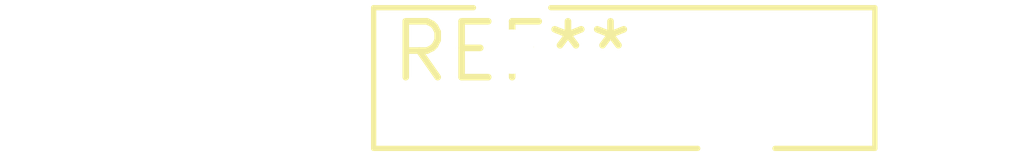
<source format=kicad_pcb>
(kicad_pcb (version 20240108) (generator pcbnew)
  (layers (0 "F.Cu" signal) (31 "B.Cu" signal) (34 "B.Paste" user) (35 "F.Paste" user) (36 "B.SilkS" user "B.Silkscreen") (37 "F.SilkS" user "F.Silkscreen") (38 "B.Mask" user) (39 "F.Mask" user) (44 "Edge.Cuts" user))
  (net 0 "")
  (footprint "Fuse_Bourns_MF-RG650" (layer "F.Cu") (at 0 0)
    (property "Reference" "REF**")
    (property "Value" "Fuse_Bourns_MF-RG650")
    (fp_line (start -3.15 -1) (end -3.15 2.2) (layer "F.SilkS") (stroke (width 0.12)))
    (fp_line (start -3.15 -1) (end -0.879 -1) (layer "F.SilkS") (stroke (width 0.12)))
    (fp_line (start -3.15 2.2) (end 4.222 2.2) (layer "F.SilkS") (stroke (width 0.12)))
    (fp_line (start 0.879 -1) (end 8.25 -1) (layer "F.SilkS") (stroke (width 0.12)))
    (fp_line (start 5.979 2.2) (end 8.25 2.2) (layer "F.SilkS") (stroke (width 0.12)))
    (fp_line (start 8.25 -1) (end 8.25 2.2) (layer "F.SilkS") (stroke (width 0.12)))
    (pad "1" thru_hole circle (at 0 0) (size 2.01 2.01) (drill 1.01) (layers *.Cu *.Mask) (remove_unused_layers))
    (pad "2" thru_hole circle (at 5.1 1.2) (size 2.01 2.01) (drill 1.01) (layers *.Cu *.Mask) (remove_unused_layers))
  )
)
</source>
